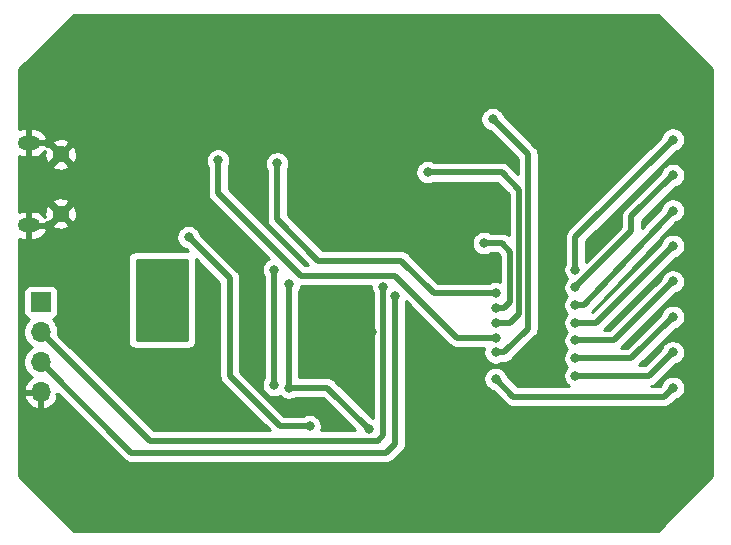
<source format=gbr>
G04 #@! TF.GenerationSoftware,KiCad,Pcbnew,(5.1.6)-1*
G04 #@! TF.CreationDate,2020-10-01T16:15:47+02:00*
G04 #@! TF.ProjectId,8Bit_WiFi_Visualizer,38426974-5f57-4694-9669-5f5669737561,A01*
G04 #@! TF.SameCoordinates,Original*
G04 #@! TF.FileFunction,Copper,L2,Bot*
G04 #@! TF.FilePolarity,Positive*
%FSLAX46Y46*%
G04 Gerber Fmt 4.6, Leading zero omitted, Abs format (unit mm)*
G04 Created by KiCad (PCBNEW (5.1.6)-1) date 2020-10-01 16:15:47*
%MOMM*%
%LPD*%
G01*
G04 APERTURE LIST*
G04 #@! TA.AperFunction,ComponentPad*
%ADD10C,5.600000*%
G04 #@! TD*
G04 #@! TA.AperFunction,ComponentPad*
%ADD11C,1.450000*%
G04 #@! TD*
G04 #@! TA.AperFunction,ComponentPad*
%ADD12O,1.900000X1.200000*%
G04 #@! TD*
G04 #@! TA.AperFunction,ComponentPad*
%ADD13O,1.700000X1.700000*%
G04 #@! TD*
G04 #@! TA.AperFunction,ComponentPad*
%ADD14R,1.700000X1.700000*%
G04 #@! TD*
G04 #@! TA.AperFunction,ViaPad*
%ADD15C,0.800000*%
G04 #@! TD*
G04 #@! TA.AperFunction,Conductor*
%ADD16C,0.500000*%
G04 #@! TD*
G04 #@! TA.AperFunction,Conductor*
%ADD17C,0.254000*%
G04 #@! TD*
G04 APERTURE END LIST*
D10*
X55000000Y-5000000D03*
X5000000Y-5000000D03*
D11*
X4162500Y-12500000D03*
X4162500Y-17500000D03*
D12*
X1462500Y-18500000D03*
X1462500Y-11500000D03*
D13*
X2500000Y-32620000D03*
X2500000Y-30080000D03*
X2500000Y-27540000D03*
D14*
X2500000Y-25000000D03*
D15*
X30500000Y-27500000D03*
X16500000Y-30500000D03*
X11500000Y-32000000D03*
X17750000Y-20500000D03*
X14750000Y-1500000D03*
X17250000Y-1500000D03*
X39250000Y-8000000D03*
X15000000Y-19500000D03*
X25250000Y-35500000D03*
X12750000Y-21750000D03*
X13750000Y-21750000D03*
X11750000Y-21750000D03*
X11750000Y-22750000D03*
X12750000Y-22750000D03*
X13750000Y-22750000D03*
X13750000Y-23750000D03*
X12750000Y-23750000D03*
X11750000Y-23750000D03*
X11750000Y-24750000D03*
X12750000Y-24750000D03*
X13750000Y-24750000D03*
X11750000Y-25750000D03*
X12750000Y-25750000D03*
X13750000Y-25750000D03*
X11750000Y-26750000D03*
X12750000Y-26750000D03*
X13750000Y-26750000D03*
X13750000Y-27750000D03*
X12750000Y-27750000D03*
X11750000Y-27750000D03*
X23500000Y-32250000D03*
X23500000Y-23500000D03*
X30250000Y-35750000D03*
X41000000Y-28000000D03*
X17500000Y-13000000D03*
X41000000Y-26750000D03*
X35250000Y-14000000D03*
X31500000Y-23750000D03*
X32500000Y-24500000D03*
X41000000Y-29250000D03*
X40750000Y-9500000D03*
X22250000Y-22250000D03*
X22250000Y-32000000D03*
X41000000Y-25500000D03*
X40000000Y-20000000D03*
X41000000Y-24250000D03*
X22500000Y-13250000D03*
X56000000Y-32250000D03*
X41000000Y-31500000D03*
X56000000Y-29250000D03*
X47750000Y-31250000D03*
X56000000Y-26250000D03*
X47750000Y-29750000D03*
X56000000Y-23250000D03*
X47750000Y-28250000D03*
X56000000Y-20250000D03*
X47750000Y-26750000D03*
X56000000Y-17250000D03*
X47750000Y-25250000D03*
X56000000Y-14250000D03*
X47750000Y-23750000D03*
X56000000Y-11250000D03*
X47750000Y-22250000D03*
D16*
X15000000Y-19500000D02*
X18500000Y-23000000D01*
X18500000Y-23000000D02*
X18500000Y-31250000D01*
X18500000Y-31250000D02*
X22750000Y-35500000D01*
X22750000Y-35500000D02*
X25250000Y-35500000D01*
X23500000Y-32250000D02*
X23500000Y-23500000D01*
X23500000Y-32250000D02*
X26750000Y-32250000D01*
X26750000Y-32250000D02*
X30250000Y-35750000D01*
X17500000Y-15750000D02*
X17500000Y-13000000D01*
X32500000Y-22750000D02*
X24500000Y-22750000D01*
X41000000Y-28000000D02*
X37750000Y-28000000D01*
X24500000Y-22750000D02*
X17500000Y-15750000D01*
X37750000Y-28000000D02*
X32500000Y-22750000D01*
X41000000Y-26750000D02*
X42250000Y-26750000D01*
X42250000Y-26750000D02*
X43000000Y-26000000D01*
X43000000Y-26000000D02*
X43000000Y-15500000D01*
X43000000Y-15500000D02*
X41500000Y-14000000D01*
X41500000Y-14000000D02*
X35250000Y-14000000D01*
X2500000Y-27540000D02*
X11710000Y-36750000D01*
X11710000Y-36750000D02*
X31000000Y-36750000D01*
X31000000Y-36750000D02*
X31500000Y-36250000D01*
X31500000Y-36250000D02*
X31500000Y-31250000D01*
X31500000Y-31250000D02*
X31500000Y-23750000D01*
X10170000Y-37750000D02*
X31750000Y-37750000D01*
X2500000Y-30080000D02*
X10170000Y-37750000D01*
X31750000Y-37750000D02*
X32500000Y-37000000D01*
X32500000Y-37000000D02*
X32500000Y-24500000D01*
X41000000Y-29250000D02*
X41750000Y-29250000D01*
X41750000Y-29250000D02*
X43750000Y-27250000D01*
X43750000Y-27250000D02*
X43750000Y-22500000D01*
X43750000Y-22500000D02*
X43750000Y-15260037D01*
X43750000Y-15260037D02*
X43750000Y-12500000D01*
X43750000Y-12500000D02*
X40750000Y-9500000D01*
X22250000Y-22250000D02*
X22250000Y-32000000D01*
X41000000Y-25500000D02*
X41750000Y-25500000D01*
X41750000Y-25500000D02*
X42250000Y-25000000D01*
X42250000Y-25000000D02*
X42250000Y-20750000D01*
X42250000Y-20750000D02*
X41500000Y-20000000D01*
X41500000Y-20000000D02*
X40000000Y-20000000D01*
X22500000Y-18000000D02*
X22500000Y-13250000D01*
X26000000Y-21500000D02*
X22500000Y-18000000D01*
X33000000Y-21500000D02*
X26000000Y-21500000D01*
X41000000Y-24250000D02*
X35750000Y-24250000D01*
X35750000Y-24250000D02*
X33000000Y-21500000D01*
X55250000Y-33000000D02*
X56000000Y-32250000D01*
X41000000Y-31500000D02*
X42500000Y-33000000D01*
X42500000Y-33000000D02*
X55250000Y-33000000D01*
X47750000Y-31250000D02*
X53500000Y-31250000D01*
X54000000Y-31250000D02*
X53500000Y-31250000D01*
X56000000Y-29250000D02*
X54000000Y-31250000D01*
X47750000Y-29750000D02*
X52500000Y-29750000D01*
X52500000Y-29750000D02*
X56000000Y-26250000D01*
X51000000Y-28250000D02*
X56000000Y-23250000D01*
X47750000Y-28250000D02*
X51000000Y-28250000D01*
X49500000Y-26750000D02*
X56000000Y-20250000D01*
X47750000Y-26750000D02*
X49500000Y-26750000D01*
X48500000Y-25250000D02*
X56000000Y-17250000D01*
X47750000Y-25250000D02*
X48500000Y-25250000D01*
X52500000Y-17750000D02*
X56000000Y-14250000D01*
X47750000Y-23750000D02*
X52500000Y-19000000D01*
X52500000Y-19000000D02*
X52500000Y-17750000D01*
X47750000Y-19500000D02*
X56000000Y-11250000D01*
X47750000Y-22250000D02*
X47750000Y-19500000D01*
D17*
G36*
X59340000Y-5273381D02*
G01*
X59340001Y-39726618D01*
X54726620Y-44340000D01*
X5273381Y-44340000D01*
X660000Y-39726620D01*
X660000Y-32976890D01*
X1058524Y-32976890D01*
X1103175Y-33124099D01*
X1228359Y-33386920D01*
X1402412Y-33620269D01*
X1618645Y-33815178D01*
X1868748Y-33964157D01*
X2143109Y-34061481D01*
X2373000Y-33940814D01*
X2373000Y-32747000D01*
X1179845Y-32747000D01*
X1058524Y-32976890D01*
X660000Y-32976890D01*
X660000Y-24150000D01*
X1011928Y-24150000D01*
X1011928Y-25850000D01*
X1024188Y-25974482D01*
X1060498Y-26094180D01*
X1119463Y-26204494D01*
X1198815Y-26301185D01*
X1295506Y-26380537D01*
X1405820Y-26439502D01*
X1478380Y-26461513D01*
X1346525Y-26593368D01*
X1184010Y-26836589D01*
X1072068Y-27106842D01*
X1015000Y-27393740D01*
X1015000Y-27686260D01*
X1072068Y-27973158D01*
X1184010Y-28243411D01*
X1346525Y-28486632D01*
X1553368Y-28693475D01*
X1727760Y-28810000D01*
X1553368Y-28926525D01*
X1346525Y-29133368D01*
X1184010Y-29376589D01*
X1072068Y-29646842D01*
X1015000Y-29933740D01*
X1015000Y-30226260D01*
X1072068Y-30513158D01*
X1184010Y-30783411D01*
X1346525Y-31026632D01*
X1553368Y-31233475D01*
X1735534Y-31355195D01*
X1618645Y-31424822D01*
X1402412Y-31619731D01*
X1228359Y-31853080D01*
X1103175Y-32115901D01*
X1058524Y-32263110D01*
X1179845Y-32493000D01*
X2373000Y-32493000D01*
X2373000Y-32473000D01*
X2627000Y-32473000D01*
X2627000Y-32493000D01*
X2647000Y-32493000D01*
X2647000Y-32747000D01*
X2627000Y-32747000D01*
X2627000Y-33940814D01*
X2856891Y-34061481D01*
X3131252Y-33964157D01*
X3381355Y-33815178D01*
X3597588Y-33620269D01*
X3771641Y-33386920D01*
X3896825Y-33124099D01*
X3941476Y-32976890D01*
X3820156Y-32747002D01*
X3915424Y-32747002D01*
X9513470Y-38345049D01*
X9541183Y-38378817D01*
X9574951Y-38406530D01*
X9574953Y-38406532D01*
X9646452Y-38465210D01*
X9675941Y-38489411D01*
X9829687Y-38571589D01*
X9996510Y-38622195D01*
X10126523Y-38635000D01*
X10126533Y-38635000D01*
X10169999Y-38639281D01*
X10213466Y-38635000D01*
X31706531Y-38635000D01*
X31750000Y-38639281D01*
X31793469Y-38635000D01*
X31793477Y-38635000D01*
X31923490Y-38622195D01*
X32090313Y-38571589D01*
X32244059Y-38489411D01*
X32378817Y-38378817D01*
X32406534Y-38345044D01*
X33095050Y-37656529D01*
X33128817Y-37628817D01*
X33171746Y-37576509D01*
X33239410Y-37494060D01*
X33239411Y-37494059D01*
X33321589Y-37340313D01*
X33372195Y-37173490D01*
X33385000Y-37043477D01*
X33385000Y-37043467D01*
X33389281Y-37000001D01*
X33385000Y-36956535D01*
X33385000Y-31398061D01*
X39965000Y-31398061D01*
X39965000Y-31601939D01*
X40004774Y-31801898D01*
X40082795Y-31990256D01*
X40196063Y-32159774D01*
X40340226Y-32303937D01*
X40509744Y-32417205D01*
X40698102Y-32495226D01*
X40754957Y-32506535D01*
X41843470Y-33595049D01*
X41871183Y-33628817D01*
X41904951Y-33656530D01*
X41904953Y-33656532D01*
X41976452Y-33715210D01*
X42005941Y-33739411D01*
X42159687Y-33821589D01*
X42326510Y-33872195D01*
X42456523Y-33885000D01*
X42456533Y-33885000D01*
X42499999Y-33889281D01*
X42543465Y-33885000D01*
X55206531Y-33885000D01*
X55250000Y-33889281D01*
X55293469Y-33885000D01*
X55293477Y-33885000D01*
X55423490Y-33872195D01*
X55590313Y-33821589D01*
X55744059Y-33739411D01*
X55878817Y-33628817D01*
X55906534Y-33595044D01*
X56245044Y-33256535D01*
X56301898Y-33245226D01*
X56490256Y-33167205D01*
X56659774Y-33053937D01*
X56803937Y-32909774D01*
X56917205Y-32740256D01*
X56995226Y-32551898D01*
X57035000Y-32351939D01*
X57035000Y-32148061D01*
X56995226Y-31948102D01*
X56917205Y-31759744D01*
X56803937Y-31590226D01*
X56659774Y-31446063D01*
X56490256Y-31332795D01*
X56301898Y-31254774D01*
X56101939Y-31215000D01*
X55898061Y-31215000D01*
X55698102Y-31254774D01*
X55509744Y-31332795D01*
X55340226Y-31446063D01*
X55196063Y-31590226D01*
X55082795Y-31759744D01*
X55004774Y-31948102D01*
X54993465Y-32004956D01*
X54883422Y-32115000D01*
X54197208Y-32115000D01*
X54340313Y-32071589D01*
X54494059Y-31989411D01*
X54628817Y-31878817D01*
X54656534Y-31845044D01*
X56245044Y-30256535D01*
X56301898Y-30245226D01*
X56490256Y-30167205D01*
X56659774Y-30053937D01*
X56803937Y-29909774D01*
X56917205Y-29740256D01*
X56995226Y-29551898D01*
X57035000Y-29351939D01*
X57035000Y-29148061D01*
X56995226Y-28948102D01*
X56917205Y-28759744D01*
X56803937Y-28590226D01*
X56659774Y-28446063D01*
X56490256Y-28332795D01*
X56301898Y-28254774D01*
X56101939Y-28215000D01*
X55898061Y-28215000D01*
X55698102Y-28254774D01*
X55509744Y-28332795D01*
X55340226Y-28446063D01*
X55196063Y-28590226D01*
X55082795Y-28759744D01*
X55004774Y-28948102D01*
X54993465Y-29004956D01*
X53633422Y-30365000D01*
X53140156Y-30365000D01*
X53156534Y-30345044D01*
X56245044Y-27256535D01*
X56301898Y-27245226D01*
X56490256Y-27167205D01*
X56659774Y-27053937D01*
X56803937Y-26909774D01*
X56917205Y-26740256D01*
X56995226Y-26551898D01*
X57035000Y-26351939D01*
X57035000Y-26148061D01*
X56995226Y-25948102D01*
X56917205Y-25759744D01*
X56803937Y-25590226D01*
X56659774Y-25446063D01*
X56490256Y-25332795D01*
X56301898Y-25254774D01*
X56101939Y-25215000D01*
X55898061Y-25215000D01*
X55698102Y-25254774D01*
X55509744Y-25332795D01*
X55340226Y-25446063D01*
X55196063Y-25590226D01*
X55082795Y-25759744D01*
X55004774Y-25948102D01*
X54993465Y-26004956D01*
X52133422Y-28865000D01*
X51640156Y-28865000D01*
X51656534Y-28845044D01*
X56245044Y-24256535D01*
X56301898Y-24245226D01*
X56490256Y-24167205D01*
X56659774Y-24053937D01*
X56803937Y-23909774D01*
X56917205Y-23740256D01*
X56995226Y-23551898D01*
X57035000Y-23351939D01*
X57035000Y-23148061D01*
X56995226Y-22948102D01*
X56917205Y-22759744D01*
X56803937Y-22590226D01*
X56659774Y-22446063D01*
X56490256Y-22332795D01*
X56301898Y-22254774D01*
X56101939Y-22215000D01*
X55898061Y-22215000D01*
X55698102Y-22254774D01*
X55509744Y-22332795D01*
X55340226Y-22446063D01*
X55196063Y-22590226D01*
X55082795Y-22759744D01*
X55004774Y-22948102D01*
X54993465Y-23004956D01*
X50633422Y-27365000D01*
X50140156Y-27365000D01*
X50156534Y-27345044D01*
X56245044Y-21256535D01*
X56301898Y-21245226D01*
X56490256Y-21167205D01*
X56659774Y-21053937D01*
X56803937Y-20909774D01*
X56917205Y-20740256D01*
X56995226Y-20551898D01*
X57035000Y-20351939D01*
X57035000Y-20148061D01*
X56995226Y-19948102D01*
X56917205Y-19759744D01*
X56803937Y-19590226D01*
X56659774Y-19446063D01*
X56490256Y-19332795D01*
X56301898Y-19254774D01*
X56101939Y-19215000D01*
X55898061Y-19215000D01*
X55698102Y-19254774D01*
X55509744Y-19332795D01*
X55340226Y-19446063D01*
X55196063Y-19590226D01*
X55082795Y-19759744D01*
X55004774Y-19948102D01*
X54993465Y-20004956D01*
X49183210Y-25815212D01*
X56275071Y-18250562D01*
X56301898Y-18245226D01*
X56490256Y-18167205D01*
X56659774Y-18053937D01*
X56803937Y-17909774D01*
X56917205Y-17740256D01*
X56995226Y-17551898D01*
X57035000Y-17351939D01*
X57035000Y-17148061D01*
X56995226Y-16948102D01*
X56917205Y-16759744D01*
X56803937Y-16590226D01*
X56659774Y-16446063D01*
X56490256Y-16332795D01*
X56301898Y-16254774D01*
X56101939Y-16215000D01*
X55898061Y-16215000D01*
X55698102Y-16254774D01*
X55509744Y-16332795D01*
X55340226Y-16446063D01*
X55196063Y-16590226D01*
X55082795Y-16759744D01*
X55004774Y-16948102D01*
X54987226Y-17036322D01*
X53385000Y-18745363D01*
X53385000Y-18116578D01*
X56245044Y-15256535D01*
X56301898Y-15245226D01*
X56490256Y-15167205D01*
X56659774Y-15053937D01*
X56803937Y-14909774D01*
X56917205Y-14740256D01*
X56995226Y-14551898D01*
X57035000Y-14351939D01*
X57035000Y-14148061D01*
X56995226Y-13948102D01*
X56917205Y-13759744D01*
X56803937Y-13590226D01*
X56659774Y-13446063D01*
X56490256Y-13332795D01*
X56301898Y-13254774D01*
X56101939Y-13215000D01*
X55898061Y-13215000D01*
X55698102Y-13254774D01*
X55509744Y-13332795D01*
X55340226Y-13446063D01*
X55196063Y-13590226D01*
X55082795Y-13759744D01*
X55004774Y-13948102D01*
X54993465Y-14004956D01*
X51904951Y-17093471D01*
X51871184Y-17121183D01*
X51843471Y-17154951D01*
X51843468Y-17154954D01*
X51760590Y-17255941D01*
X51678412Y-17409687D01*
X51627805Y-17576510D01*
X51610719Y-17750000D01*
X51615001Y-17793478D01*
X51615000Y-18633421D01*
X48635000Y-21613422D01*
X48635000Y-19866578D01*
X56245044Y-12256535D01*
X56301898Y-12245226D01*
X56490256Y-12167205D01*
X56659774Y-12053937D01*
X56803937Y-11909774D01*
X56917205Y-11740256D01*
X56995226Y-11551898D01*
X57035000Y-11351939D01*
X57035000Y-11148061D01*
X56995226Y-10948102D01*
X56917205Y-10759744D01*
X56803937Y-10590226D01*
X56659774Y-10446063D01*
X56490256Y-10332795D01*
X56301898Y-10254774D01*
X56101939Y-10215000D01*
X55898061Y-10215000D01*
X55698102Y-10254774D01*
X55509744Y-10332795D01*
X55340226Y-10446063D01*
X55196063Y-10590226D01*
X55082795Y-10759744D01*
X55004774Y-10948102D01*
X54993465Y-11004956D01*
X47154952Y-18843470D01*
X47121184Y-18871183D01*
X47093471Y-18904951D01*
X47093468Y-18904954D01*
X47010590Y-19005941D01*
X46928412Y-19159687D01*
X46877805Y-19326510D01*
X46860719Y-19500000D01*
X46865001Y-19543479D01*
X46865000Y-21711545D01*
X46832795Y-21759744D01*
X46754774Y-21948102D01*
X46715000Y-22148061D01*
X46715000Y-22351939D01*
X46754774Y-22551898D01*
X46832795Y-22740256D01*
X46946063Y-22909774D01*
X47036289Y-23000000D01*
X46946063Y-23090226D01*
X46832795Y-23259744D01*
X46754774Y-23448102D01*
X46715000Y-23648061D01*
X46715000Y-23851939D01*
X46754774Y-24051898D01*
X46832795Y-24240256D01*
X46946063Y-24409774D01*
X47036289Y-24500000D01*
X46946063Y-24590226D01*
X46832795Y-24759744D01*
X46754774Y-24948102D01*
X46715000Y-25148061D01*
X46715000Y-25351939D01*
X46754774Y-25551898D01*
X46832795Y-25740256D01*
X46946063Y-25909774D01*
X47036289Y-26000000D01*
X46946063Y-26090226D01*
X46832795Y-26259744D01*
X46754774Y-26448102D01*
X46715000Y-26648061D01*
X46715000Y-26851939D01*
X46754774Y-27051898D01*
X46832795Y-27240256D01*
X46946063Y-27409774D01*
X47036289Y-27500000D01*
X46946063Y-27590226D01*
X46832795Y-27759744D01*
X46754774Y-27948102D01*
X46715000Y-28148061D01*
X46715000Y-28351939D01*
X46754774Y-28551898D01*
X46832795Y-28740256D01*
X46946063Y-28909774D01*
X47036289Y-29000000D01*
X46946063Y-29090226D01*
X46832795Y-29259744D01*
X46754774Y-29448102D01*
X46715000Y-29648061D01*
X46715000Y-29851939D01*
X46754774Y-30051898D01*
X46832795Y-30240256D01*
X46946063Y-30409774D01*
X47036289Y-30500000D01*
X46946063Y-30590226D01*
X46832795Y-30759744D01*
X46754774Y-30948102D01*
X46715000Y-31148061D01*
X46715000Y-31351939D01*
X46754774Y-31551898D01*
X46832795Y-31740256D01*
X46946063Y-31909774D01*
X47090226Y-32053937D01*
X47181613Y-32115000D01*
X42866579Y-32115000D01*
X42006535Y-31254957D01*
X41995226Y-31198102D01*
X41917205Y-31009744D01*
X41803937Y-30840226D01*
X41659774Y-30696063D01*
X41490256Y-30582795D01*
X41301898Y-30504774D01*
X41101939Y-30465000D01*
X40898061Y-30465000D01*
X40698102Y-30504774D01*
X40509744Y-30582795D01*
X40340226Y-30696063D01*
X40196063Y-30840226D01*
X40082795Y-31009744D01*
X40004774Y-31198102D01*
X39965000Y-31398061D01*
X33385000Y-31398061D01*
X33385000Y-25038454D01*
X33417205Y-24990256D01*
X33438139Y-24939717D01*
X37093470Y-28595049D01*
X37121183Y-28628817D01*
X37154951Y-28656530D01*
X37154953Y-28656532D01*
X37174760Y-28672787D01*
X37255941Y-28739411D01*
X37409687Y-28821589D01*
X37576510Y-28872195D01*
X37706523Y-28885000D01*
X37706533Y-28885000D01*
X37749999Y-28889281D01*
X37793465Y-28885000D01*
X40030912Y-28885000D01*
X40004774Y-28948102D01*
X39965000Y-29148061D01*
X39965000Y-29351939D01*
X40004774Y-29551898D01*
X40082795Y-29740256D01*
X40196063Y-29909774D01*
X40340226Y-30053937D01*
X40509744Y-30167205D01*
X40698102Y-30245226D01*
X40898061Y-30285000D01*
X41101939Y-30285000D01*
X41301898Y-30245226D01*
X41490256Y-30167205D01*
X41538454Y-30135000D01*
X41706531Y-30135000D01*
X41750000Y-30139281D01*
X41793469Y-30135000D01*
X41793477Y-30135000D01*
X41923490Y-30122195D01*
X42090313Y-30071589D01*
X42244059Y-29989411D01*
X42378817Y-29878817D01*
X42406534Y-29845044D01*
X44345050Y-27906529D01*
X44378817Y-27878817D01*
X44421746Y-27826509D01*
X44465210Y-27773548D01*
X44489411Y-27744059D01*
X44571589Y-27590313D01*
X44622195Y-27423490D01*
X44635000Y-27293477D01*
X44635000Y-27293467D01*
X44639281Y-27250001D01*
X44635000Y-27206535D01*
X44635000Y-12543469D01*
X44639281Y-12500000D01*
X44635000Y-12456531D01*
X44635000Y-12456523D01*
X44622195Y-12326510D01*
X44600434Y-12254774D01*
X44571589Y-12159686D01*
X44489411Y-12005941D01*
X44406532Y-11904953D01*
X44406530Y-11904951D01*
X44378817Y-11871183D01*
X44345049Y-11843470D01*
X41756535Y-9254957D01*
X41745226Y-9198102D01*
X41667205Y-9009744D01*
X41553937Y-8840226D01*
X41409774Y-8696063D01*
X41240256Y-8582795D01*
X41051898Y-8504774D01*
X40851939Y-8465000D01*
X40648061Y-8465000D01*
X40448102Y-8504774D01*
X40259744Y-8582795D01*
X40090226Y-8696063D01*
X39946063Y-8840226D01*
X39832795Y-9009744D01*
X39754774Y-9198102D01*
X39715000Y-9398061D01*
X39715000Y-9601939D01*
X39754774Y-9801898D01*
X39832795Y-9990256D01*
X39946063Y-10159774D01*
X40090226Y-10303937D01*
X40259744Y-10417205D01*
X40448102Y-10495226D01*
X40504957Y-10506535D01*
X42865001Y-12866580D01*
X42865000Y-14113422D01*
X42156534Y-13404956D01*
X42128817Y-13371183D01*
X41994059Y-13260589D01*
X41840313Y-13178411D01*
X41673490Y-13127805D01*
X41543477Y-13115000D01*
X41543469Y-13115000D01*
X41500000Y-13110719D01*
X41456531Y-13115000D01*
X35788454Y-13115000D01*
X35740256Y-13082795D01*
X35551898Y-13004774D01*
X35351939Y-12965000D01*
X35148061Y-12965000D01*
X34948102Y-13004774D01*
X34759744Y-13082795D01*
X34590226Y-13196063D01*
X34446063Y-13340226D01*
X34332795Y-13509744D01*
X34254774Y-13698102D01*
X34215000Y-13898061D01*
X34215000Y-14101939D01*
X34254774Y-14301898D01*
X34332795Y-14490256D01*
X34446063Y-14659774D01*
X34590226Y-14803937D01*
X34759744Y-14917205D01*
X34948102Y-14995226D01*
X35148061Y-15035000D01*
X35351939Y-15035000D01*
X35551898Y-14995226D01*
X35740256Y-14917205D01*
X35788454Y-14885000D01*
X41133422Y-14885000D01*
X42115001Y-15866580D01*
X42115001Y-19359844D01*
X41994059Y-19260589D01*
X41840313Y-19178411D01*
X41673490Y-19127805D01*
X41543477Y-19115000D01*
X41543469Y-19115000D01*
X41500000Y-19110719D01*
X41456531Y-19115000D01*
X40538454Y-19115000D01*
X40490256Y-19082795D01*
X40301898Y-19004774D01*
X40101939Y-18965000D01*
X39898061Y-18965000D01*
X39698102Y-19004774D01*
X39509744Y-19082795D01*
X39340226Y-19196063D01*
X39196063Y-19340226D01*
X39082795Y-19509744D01*
X39004774Y-19698102D01*
X38965000Y-19898061D01*
X38965000Y-20101939D01*
X39004774Y-20301898D01*
X39082795Y-20490256D01*
X39196063Y-20659774D01*
X39340226Y-20803937D01*
X39509744Y-20917205D01*
X39698102Y-20995226D01*
X39898061Y-21035000D01*
X40101939Y-21035000D01*
X40301898Y-20995226D01*
X40490256Y-20917205D01*
X40538454Y-20885000D01*
X41133422Y-20885000D01*
X41365001Y-21116580D01*
X41365000Y-23280912D01*
X41301898Y-23254774D01*
X41101939Y-23215000D01*
X40898061Y-23215000D01*
X40698102Y-23254774D01*
X40509744Y-23332795D01*
X40461546Y-23365000D01*
X36116579Y-23365000D01*
X33656534Y-20904956D01*
X33628817Y-20871183D01*
X33494059Y-20760589D01*
X33340313Y-20678411D01*
X33173490Y-20627805D01*
X33043477Y-20615000D01*
X33043469Y-20615000D01*
X33000000Y-20610719D01*
X32956531Y-20615000D01*
X26366579Y-20615000D01*
X23385000Y-17633422D01*
X23385000Y-13788454D01*
X23417205Y-13740256D01*
X23495226Y-13551898D01*
X23535000Y-13351939D01*
X23535000Y-13148061D01*
X23495226Y-12948102D01*
X23417205Y-12759744D01*
X23303937Y-12590226D01*
X23159774Y-12446063D01*
X22990256Y-12332795D01*
X22801898Y-12254774D01*
X22601939Y-12215000D01*
X22398061Y-12215000D01*
X22198102Y-12254774D01*
X22009744Y-12332795D01*
X21840226Y-12446063D01*
X21696063Y-12590226D01*
X21582795Y-12759744D01*
X21504774Y-12948102D01*
X21465000Y-13148061D01*
X21465000Y-13351939D01*
X21504774Y-13551898D01*
X21582795Y-13740256D01*
X21615001Y-13788456D01*
X21615000Y-17956531D01*
X21610719Y-18000000D01*
X21615000Y-18043469D01*
X21615000Y-18043476D01*
X21627805Y-18173489D01*
X21678411Y-18340312D01*
X21760589Y-18494058D01*
X21871183Y-18628817D01*
X21904956Y-18656534D01*
X25113421Y-21865000D01*
X24866579Y-21865000D01*
X18385000Y-15383422D01*
X18385000Y-13538454D01*
X18417205Y-13490256D01*
X18495226Y-13301898D01*
X18535000Y-13101939D01*
X18535000Y-12898061D01*
X18495226Y-12698102D01*
X18417205Y-12509744D01*
X18303937Y-12340226D01*
X18159774Y-12196063D01*
X17990256Y-12082795D01*
X17801898Y-12004774D01*
X17601939Y-11965000D01*
X17398061Y-11965000D01*
X17198102Y-12004774D01*
X17009744Y-12082795D01*
X16840226Y-12196063D01*
X16696063Y-12340226D01*
X16582795Y-12509744D01*
X16504774Y-12698102D01*
X16465000Y-12898061D01*
X16465000Y-13101939D01*
X16504774Y-13301898D01*
X16582795Y-13490256D01*
X16615001Y-13538456D01*
X16615000Y-15706531D01*
X16610719Y-15750000D01*
X16615000Y-15793469D01*
X16615000Y-15793476D01*
X16627805Y-15923489D01*
X16678411Y-16090312D01*
X16760589Y-16244058D01*
X16871183Y-16378817D01*
X16904956Y-16406534D01*
X21810282Y-21311861D01*
X21759744Y-21332795D01*
X21590226Y-21446063D01*
X21446063Y-21590226D01*
X21332795Y-21759744D01*
X21254774Y-21948102D01*
X21215000Y-22148061D01*
X21215000Y-22351939D01*
X21254774Y-22551898D01*
X21332795Y-22740256D01*
X21365000Y-22788454D01*
X21365001Y-31461544D01*
X21332795Y-31509744D01*
X21254774Y-31698102D01*
X21215000Y-31898061D01*
X21215000Y-32101939D01*
X21254774Y-32301898D01*
X21332795Y-32490256D01*
X21446063Y-32659774D01*
X21590226Y-32803937D01*
X21759744Y-32917205D01*
X21948102Y-32995226D01*
X22148061Y-33035000D01*
X22351939Y-33035000D01*
X22551898Y-32995226D01*
X22714261Y-32927972D01*
X22840226Y-33053937D01*
X23009744Y-33167205D01*
X23198102Y-33245226D01*
X23398061Y-33285000D01*
X23601939Y-33285000D01*
X23801898Y-33245226D01*
X23990256Y-33167205D01*
X24038454Y-33135000D01*
X26383422Y-33135000D01*
X29113421Y-35865000D01*
X26219088Y-35865000D01*
X26245226Y-35801898D01*
X26285000Y-35601939D01*
X26285000Y-35398061D01*
X26245226Y-35198102D01*
X26167205Y-35009744D01*
X26053937Y-34840226D01*
X25909774Y-34696063D01*
X25740256Y-34582795D01*
X25551898Y-34504774D01*
X25351939Y-34465000D01*
X25148061Y-34465000D01*
X24948102Y-34504774D01*
X24759744Y-34582795D01*
X24711546Y-34615000D01*
X23116579Y-34615000D01*
X19385000Y-30883422D01*
X19385000Y-23043465D01*
X19389281Y-22999999D01*
X19385000Y-22956533D01*
X19385000Y-22956523D01*
X19372195Y-22826510D01*
X19321589Y-22659687D01*
X19239411Y-22505941D01*
X19198854Y-22456523D01*
X19156532Y-22404953D01*
X19156530Y-22404951D01*
X19128817Y-22371183D01*
X19095050Y-22343471D01*
X16006535Y-19254957D01*
X15995226Y-19198102D01*
X15917205Y-19009744D01*
X15803937Y-18840226D01*
X15659774Y-18696063D01*
X15490256Y-18582795D01*
X15301898Y-18504774D01*
X15101939Y-18465000D01*
X14898061Y-18465000D01*
X14698102Y-18504774D01*
X14509744Y-18582795D01*
X14340226Y-18696063D01*
X14196063Y-18840226D01*
X14082795Y-19009744D01*
X14004774Y-19198102D01*
X13965000Y-19398061D01*
X13965000Y-19601939D01*
X14004774Y-19801898D01*
X14082795Y-19990256D01*
X14196063Y-20159774D01*
X14340226Y-20303937D01*
X14509744Y-20417205D01*
X14698102Y-20495226D01*
X14754957Y-20506535D01*
X14933422Y-20685000D01*
X10500000Y-20685000D01*
X10376118Y-20697201D01*
X10256996Y-20733336D01*
X10147213Y-20792017D01*
X10050987Y-20870987D01*
X9972017Y-20967213D01*
X9913336Y-21076996D01*
X9877201Y-21196118D01*
X9865000Y-21320000D01*
X9865000Y-28320000D01*
X9877201Y-28443882D01*
X9913336Y-28563004D01*
X9972017Y-28672787D01*
X10050987Y-28769013D01*
X10147213Y-28847983D01*
X10256996Y-28906664D01*
X10376118Y-28942799D01*
X10500000Y-28955000D01*
X15000000Y-28955000D01*
X15123882Y-28942799D01*
X15243004Y-28906664D01*
X15352787Y-28847983D01*
X15449013Y-28769013D01*
X15527983Y-28672787D01*
X15586664Y-28563004D01*
X15622799Y-28443882D01*
X15635000Y-28320000D01*
X15635000Y-21386578D01*
X17615000Y-23366579D01*
X17615001Y-31206521D01*
X17610719Y-31250000D01*
X17627805Y-31423490D01*
X17678412Y-31590313D01*
X17760590Y-31744059D01*
X17843468Y-31845046D01*
X17843471Y-31845049D01*
X17871184Y-31878817D01*
X17904951Y-31906530D01*
X21863421Y-35865000D01*
X12076579Y-35865000D01*
X3970539Y-27758961D01*
X3985000Y-27686260D01*
X3985000Y-27393740D01*
X3927932Y-27106842D01*
X3815990Y-26836589D01*
X3653475Y-26593368D01*
X3521620Y-26461513D01*
X3594180Y-26439502D01*
X3704494Y-26380537D01*
X3801185Y-26301185D01*
X3880537Y-26204494D01*
X3939502Y-26094180D01*
X3975812Y-25974482D01*
X3988072Y-25850000D01*
X3988072Y-24150000D01*
X3975812Y-24025518D01*
X3939502Y-23905820D01*
X3880537Y-23795506D01*
X3801185Y-23698815D01*
X3704494Y-23619463D01*
X3594180Y-23560498D01*
X3474482Y-23524188D01*
X3350000Y-23511928D01*
X1650000Y-23511928D01*
X1525518Y-23524188D01*
X1405820Y-23560498D01*
X1295506Y-23619463D01*
X1198815Y-23698815D01*
X1119463Y-23795506D01*
X1060498Y-23905820D01*
X1024188Y-24025518D01*
X1011928Y-24150000D01*
X660000Y-24150000D01*
X660000Y-19650016D01*
X747004Y-19686493D01*
X985500Y-19735000D01*
X1335500Y-19735000D01*
X1335500Y-18627000D01*
X1589500Y-18627000D01*
X1589500Y-19735000D01*
X1939500Y-19735000D01*
X2177996Y-19686493D01*
X2402446Y-19592390D01*
X2604225Y-19456307D01*
X2775578Y-19283474D01*
X2909921Y-19080533D01*
X3002091Y-18855282D01*
X3005962Y-18817609D01*
X2881231Y-18627000D01*
X1589500Y-18627000D01*
X1335500Y-18627000D01*
X1315500Y-18627000D01*
X1315500Y-18439133D01*
X3402972Y-18439133D01*
X3465465Y-18675450D01*
X3708178Y-18788850D01*
X3968349Y-18852719D01*
X4235982Y-18864604D01*
X4500791Y-18824048D01*
X4752600Y-18732609D01*
X4859535Y-18675450D01*
X4922028Y-18439133D01*
X4162500Y-17679605D01*
X3402972Y-18439133D01*
X1315500Y-18439133D01*
X1315500Y-18373000D01*
X1335500Y-18373000D01*
X1335500Y-17265000D01*
X1589500Y-17265000D01*
X1589500Y-18373000D01*
X2881231Y-18373000D01*
X2995003Y-18199138D01*
X3223367Y-18259528D01*
X3982895Y-17500000D01*
X4342105Y-17500000D01*
X5101633Y-18259528D01*
X5337950Y-18197035D01*
X5451350Y-17954322D01*
X5515219Y-17694151D01*
X5527104Y-17426518D01*
X5486548Y-17161709D01*
X5395109Y-16909900D01*
X5337950Y-16802965D01*
X5101633Y-16740472D01*
X4342105Y-17500000D01*
X3982895Y-17500000D01*
X3223367Y-16740472D01*
X2987050Y-16802965D01*
X2873650Y-17045678D01*
X2809781Y-17305849D01*
X2797896Y-17573482D01*
X2833115Y-17803442D01*
X2775578Y-17716526D01*
X2604225Y-17543693D01*
X2402446Y-17407610D01*
X2177996Y-17313507D01*
X1939500Y-17265000D01*
X1589500Y-17265000D01*
X1335500Y-17265000D01*
X985500Y-17265000D01*
X747004Y-17313507D01*
X660000Y-17349984D01*
X660000Y-16560867D01*
X3402972Y-16560867D01*
X4162500Y-17320395D01*
X4922028Y-16560867D01*
X4859535Y-16324550D01*
X4616822Y-16211150D01*
X4356651Y-16147281D01*
X4089018Y-16135396D01*
X3824209Y-16175952D01*
X3572400Y-16267391D01*
X3465465Y-16324550D01*
X3402972Y-16560867D01*
X660000Y-16560867D01*
X660000Y-13439133D01*
X3402972Y-13439133D01*
X3465465Y-13675450D01*
X3708178Y-13788850D01*
X3968349Y-13852719D01*
X4235982Y-13864604D01*
X4500791Y-13824048D01*
X4752600Y-13732609D01*
X4859535Y-13675450D01*
X4922028Y-13439133D01*
X4162500Y-12679605D01*
X3402972Y-13439133D01*
X660000Y-13439133D01*
X660000Y-12650016D01*
X747004Y-12686493D01*
X985500Y-12735000D01*
X1335500Y-12735000D01*
X1335500Y-11627000D01*
X1589500Y-11627000D01*
X1589500Y-12735000D01*
X1939500Y-12735000D01*
X2177996Y-12686493D01*
X2402446Y-12592390D01*
X2604225Y-12456307D01*
X2775578Y-12283474D01*
X2838671Y-12188164D01*
X2809781Y-12305849D01*
X2797896Y-12573482D01*
X2838452Y-12838291D01*
X2929891Y-13090100D01*
X2987050Y-13197035D01*
X3223367Y-13259528D01*
X3982895Y-12500000D01*
X4342105Y-12500000D01*
X5101633Y-13259528D01*
X5337950Y-13197035D01*
X5451350Y-12954322D01*
X5515219Y-12694151D01*
X5527104Y-12426518D01*
X5486548Y-12161709D01*
X5395109Y-11909900D01*
X5337950Y-11802965D01*
X5101633Y-11740472D01*
X4342105Y-12500000D01*
X3982895Y-12500000D01*
X3223367Y-11740472D01*
X2995003Y-11800862D01*
X2881231Y-11627000D01*
X1589500Y-11627000D01*
X1335500Y-11627000D01*
X1315500Y-11627000D01*
X1315500Y-11560867D01*
X3402972Y-11560867D01*
X4162500Y-12320395D01*
X4922028Y-11560867D01*
X4859535Y-11324550D01*
X4616822Y-11211150D01*
X4356651Y-11147281D01*
X4089018Y-11135396D01*
X3824209Y-11175952D01*
X3572400Y-11267391D01*
X3465465Y-11324550D01*
X3402972Y-11560867D01*
X1315500Y-11560867D01*
X1315500Y-11373000D01*
X1335500Y-11373000D01*
X1335500Y-10265000D01*
X1589500Y-10265000D01*
X1589500Y-11373000D01*
X2881231Y-11373000D01*
X3005962Y-11182391D01*
X3002091Y-11144718D01*
X2909921Y-10919467D01*
X2775578Y-10716526D01*
X2604225Y-10543693D01*
X2402446Y-10407610D01*
X2177996Y-10313507D01*
X1939500Y-10265000D01*
X1589500Y-10265000D01*
X1335500Y-10265000D01*
X985500Y-10265000D01*
X747004Y-10313507D01*
X660000Y-10349984D01*
X660000Y-5273380D01*
X5273381Y-660000D01*
X54726620Y-660000D01*
X59340000Y-5273381D01*
G37*
X59340000Y-5273381D02*
X59340001Y-39726618D01*
X54726620Y-44340000D01*
X5273381Y-44340000D01*
X660000Y-39726620D01*
X660000Y-32976890D01*
X1058524Y-32976890D01*
X1103175Y-33124099D01*
X1228359Y-33386920D01*
X1402412Y-33620269D01*
X1618645Y-33815178D01*
X1868748Y-33964157D01*
X2143109Y-34061481D01*
X2373000Y-33940814D01*
X2373000Y-32747000D01*
X1179845Y-32747000D01*
X1058524Y-32976890D01*
X660000Y-32976890D01*
X660000Y-24150000D01*
X1011928Y-24150000D01*
X1011928Y-25850000D01*
X1024188Y-25974482D01*
X1060498Y-26094180D01*
X1119463Y-26204494D01*
X1198815Y-26301185D01*
X1295506Y-26380537D01*
X1405820Y-26439502D01*
X1478380Y-26461513D01*
X1346525Y-26593368D01*
X1184010Y-26836589D01*
X1072068Y-27106842D01*
X1015000Y-27393740D01*
X1015000Y-27686260D01*
X1072068Y-27973158D01*
X1184010Y-28243411D01*
X1346525Y-28486632D01*
X1553368Y-28693475D01*
X1727760Y-28810000D01*
X1553368Y-28926525D01*
X1346525Y-29133368D01*
X1184010Y-29376589D01*
X1072068Y-29646842D01*
X1015000Y-29933740D01*
X1015000Y-30226260D01*
X1072068Y-30513158D01*
X1184010Y-30783411D01*
X1346525Y-31026632D01*
X1553368Y-31233475D01*
X1735534Y-31355195D01*
X1618645Y-31424822D01*
X1402412Y-31619731D01*
X1228359Y-31853080D01*
X1103175Y-32115901D01*
X1058524Y-32263110D01*
X1179845Y-32493000D01*
X2373000Y-32493000D01*
X2373000Y-32473000D01*
X2627000Y-32473000D01*
X2627000Y-32493000D01*
X2647000Y-32493000D01*
X2647000Y-32747000D01*
X2627000Y-32747000D01*
X2627000Y-33940814D01*
X2856891Y-34061481D01*
X3131252Y-33964157D01*
X3381355Y-33815178D01*
X3597588Y-33620269D01*
X3771641Y-33386920D01*
X3896825Y-33124099D01*
X3941476Y-32976890D01*
X3820156Y-32747002D01*
X3915424Y-32747002D01*
X9513470Y-38345049D01*
X9541183Y-38378817D01*
X9574951Y-38406530D01*
X9574953Y-38406532D01*
X9646452Y-38465210D01*
X9675941Y-38489411D01*
X9829687Y-38571589D01*
X9996510Y-38622195D01*
X10126523Y-38635000D01*
X10126533Y-38635000D01*
X10169999Y-38639281D01*
X10213466Y-38635000D01*
X31706531Y-38635000D01*
X31750000Y-38639281D01*
X31793469Y-38635000D01*
X31793477Y-38635000D01*
X31923490Y-38622195D01*
X32090313Y-38571589D01*
X32244059Y-38489411D01*
X32378817Y-38378817D01*
X32406534Y-38345044D01*
X33095050Y-37656529D01*
X33128817Y-37628817D01*
X33171746Y-37576509D01*
X33239410Y-37494060D01*
X33239411Y-37494059D01*
X33321589Y-37340313D01*
X33372195Y-37173490D01*
X33385000Y-37043477D01*
X33385000Y-37043467D01*
X33389281Y-37000001D01*
X33385000Y-36956535D01*
X33385000Y-31398061D01*
X39965000Y-31398061D01*
X39965000Y-31601939D01*
X40004774Y-31801898D01*
X40082795Y-31990256D01*
X40196063Y-32159774D01*
X40340226Y-32303937D01*
X40509744Y-32417205D01*
X40698102Y-32495226D01*
X40754957Y-32506535D01*
X41843470Y-33595049D01*
X41871183Y-33628817D01*
X41904951Y-33656530D01*
X41904953Y-33656532D01*
X41976452Y-33715210D01*
X42005941Y-33739411D01*
X42159687Y-33821589D01*
X42326510Y-33872195D01*
X42456523Y-33885000D01*
X42456533Y-33885000D01*
X42499999Y-33889281D01*
X42543465Y-33885000D01*
X55206531Y-33885000D01*
X55250000Y-33889281D01*
X55293469Y-33885000D01*
X55293477Y-33885000D01*
X55423490Y-33872195D01*
X55590313Y-33821589D01*
X55744059Y-33739411D01*
X55878817Y-33628817D01*
X55906534Y-33595044D01*
X56245044Y-33256535D01*
X56301898Y-33245226D01*
X56490256Y-33167205D01*
X56659774Y-33053937D01*
X56803937Y-32909774D01*
X56917205Y-32740256D01*
X56995226Y-32551898D01*
X57035000Y-32351939D01*
X57035000Y-32148061D01*
X56995226Y-31948102D01*
X56917205Y-31759744D01*
X56803937Y-31590226D01*
X56659774Y-31446063D01*
X56490256Y-31332795D01*
X56301898Y-31254774D01*
X56101939Y-31215000D01*
X55898061Y-31215000D01*
X55698102Y-31254774D01*
X55509744Y-31332795D01*
X55340226Y-31446063D01*
X55196063Y-31590226D01*
X55082795Y-31759744D01*
X55004774Y-31948102D01*
X54993465Y-32004956D01*
X54883422Y-32115000D01*
X54197208Y-32115000D01*
X54340313Y-32071589D01*
X54494059Y-31989411D01*
X54628817Y-31878817D01*
X54656534Y-31845044D01*
X56245044Y-30256535D01*
X56301898Y-30245226D01*
X56490256Y-30167205D01*
X56659774Y-30053937D01*
X56803937Y-29909774D01*
X56917205Y-29740256D01*
X56995226Y-29551898D01*
X57035000Y-29351939D01*
X57035000Y-29148061D01*
X56995226Y-28948102D01*
X56917205Y-28759744D01*
X56803937Y-28590226D01*
X56659774Y-28446063D01*
X56490256Y-28332795D01*
X56301898Y-28254774D01*
X56101939Y-28215000D01*
X55898061Y-28215000D01*
X55698102Y-28254774D01*
X55509744Y-28332795D01*
X55340226Y-28446063D01*
X55196063Y-28590226D01*
X55082795Y-28759744D01*
X55004774Y-28948102D01*
X54993465Y-29004956D01*
X53633422Y-30365000D01*
X53140156Y-30365000D01*
X53156534Y-30345044D01*
X56245044Y-27256535D01*
X56301898Y-27245226D01*
X56490256Y-27167205D01*
X56659774Y-27053937D01*
X56803937Y-26909774D01*
X56917205Y-26740256D01*
X56995226Y-26551898D01*
X57035000Y-26351939D01*
X57035000Y-26148061D01*
X56995226Y-25948102D01*
X56917205Y-25759744D01*
X56803937Y-25590226D01*
X56659774Y-25446063D01*
X56490256Y-25332795D01*
X56301898Y-25254774D01*
X56101939Y-25215000D01*
X55898061Y-25215000D01*
X55698102Y-25254774D01*
X55509744Y-25332795D01*
X55340226Y-25446063D01*
X55196063Y-25590226D01*
X55082795Y-25759744D01*
X55004774Y-25948102D01*
X54993465Y-26004956D01*
X52133422Y-28865000D01*
X51640156Y-28865000D01*
X51656534Y-28845044D01*
X56245044Y-24256535D01*
X56301898Y-24245226D01*
X56490256Y-24167205D01*
X56659774Y-24053937D01*
X56803937Y-23909774D01*
X56917205Y-23740256D01*
X56995226Y-23551898D01*
X57035000Y-23351939D01*
X57035000Y-23148061D01*
X56995226Y-22948102D01*
X56917205Y-22759744D01*
X56803937Y-22590226D01*
X56659774Y-22446063D01*
X56490256Y-22332795D01*
X56301898Y-22254774D01*
X56101939Y-22215000D01*
X55898061Y-22215000D01*
X55698102Y-22254774D01*
X55509744Y-22332795D01*
X55340226Y-22446063D01*
X55196063Y-22590226D01*
X55082795Y-22759744D01*
X55004774Y-22948102D01*
X54993465Y-23004956D01*
X50633422Y-27365000D01*
X50140156Y-27365000D01*
X50156534Y-27345044D01*
X56245044Y-21256535D01*
X56301898Y-21245226D01*
X56490256Y-21167205D01*
X56659774Y-21053937D01*
X56803937Y-20909774D01*
X56917205Y-20740256D01*
X56995226Y-20551898D01*
X57035000Y-20351939D01*
X57035000Y-20148061D01*
X56995226Y-19948102D01*
X56917205Y-19759744D01*
X56803937Y-19590226D01*
X56659774Y-19446063D01*
X56490256Y-19332795D01*
X56301898Y-19254774D01*
X56101939Y-19215000D01*
X55898061Y-19215000D01*
X55698102Y-19254774D01*
X55509744Y-19332795D01*
X55340226Y-19446063D01*
X55196063Y-19590226D01*
X55082795Y-19759744D01*
X55004774Y-19948102D01*
X54993465Y-20004956D01*
X49183210Y-25815212D01*
X56275071Y-18250562D01*
X56301898Y-18245226D01*
X56490256Y-18167205D01*
X56659774Y-18053937D01*
X56803937Y-17909774D01*
X56917205Y-17740256D01*
X56995226Y-17551898D01*
X57035000Y-17351939D01*
X57035000Y-17148061D01*
X56995226Y-16948102D01*
X56917205Y-16759744D01*
X56803937Y-16590226D01*
X56659774Y-16446063D01*
X56490256Y-16332795D01*
X56301898Y-16254774D01*
X56101939Y-16215000D01*
X55898061Y-16215000D01*
X55698102Y-16254774D01*
X55509744Y-16332795D01*
X55340226Y-16446063D01*
X55196063Y-16590226D01*
X55082795Y-16759744D01*
X55004774Y-16948102D01*
X54987226Y-17036322D01*
X53385000Y-18745363D01*
X53385000Y-18116578D01*
X56245044Y-15256535D01*
X56301898Y-15245226D01*
X56490256Y-15167205D01*
X56659774Y-15053937D01*
X56803937Y-14909774D01*
X56917205Y-14740256D01*
X56995226Y-14551898D01*
X57035000Y-14351939D01*
X57035000Y-14148061D01*
X56995226Y-13948102D01*
X56917205Y-13759744D01*
X56803937Y-13590226D01*
X56659774Y-13446063D01*
X56490256Y-13332795D01*
X56301898Y-13254774D01*
X56101939Y-13215000D01*
X55898061Y-13215000D01*
X55698102Y-13254774D01*
X55509744Y-13332795D01*
X55340226Y-13446063D01*
X55196063Y-13590226D01*
X55082795Y-13759744D01*
X55004774Y-13948102D01*
X54993465Y-14004956D01*
X51904951Y-17093471D01*
X51871184Y-17121183D01*
X51843471Y-17154951D01*
X51843468Y-17154954D01*
X51760590Y-17255941D01*
X51678412Y-17409687D01*
X51627805Y-17576510D01*
X51610719Y-17750000D01*
X51615001Y-17793478D01*
X51615000Y-18633421D01*
X48635000Y-21613422D01*
X48635000Y-19866578D01*
X56245044Y-12256535D01*
X56301898Y-12245226D01*
X56490256Y-12167205D01*
X56659774Y-12053937D01*
X56803937Y-11909774D01*
X56917205Y-11740256D01*
X56995226Y-11551898D01*
X57035000Y-11351939D01*
X57035000Y-11148061D01*
X56995226Y-10948102D01*
X56917205Y-10759744D01*
X56803937Y-10590226D01*
X56659774Y-10446063D01*
X56490256Y-10332795D01*
X56301898Y-10254774D01*
X56101939Y-10215000D01*
X55898061Y-10215000D01*
X55698102Y-10254774D01*
X55509744Y-10332795D01*
X55340226Y-10446063D01*
X55196063Y-10590226D01*
X55082795Y-10759744D01*
X55004774Y-10948102D01*
X54993465Y-11004956D01*
X47154952Y-18843470D01*
X47121184Y-18871183D01*
X47093471Y-18904951D01*
X47093468Y-18904954D01*
X47010590Y-19005941D01*
X46928412Y-19159687D01*
X46877805Y-19326510D01*
X46860719Y-19500000D01*
X46865001Y-19543479D01*
X46865000Y-21711545D01*
X46832795Y-21759744D01*
X46754774Y-21948102D01*
X46715000Y-22148061D01*
X46715000Y-22351939D01*
X46754774Y-22551898D01*
X46832795Y-22740256D01*
X46946063Y-22909774D01*
X47036289Y-23000000D01*
X46946063Y-23090226D01*
X46832795Y-23259744D01*
X46754774Y-23448102D01*
X46715000Y-23648061D01*
X46715000Y-23851939D01*
X46754774Y-24051898D01*
X46832795Y-24240256D01*
X46946063Y-24409774D01*
X47036289Y-24500000D01*
X46946063Y-24590226D01*
X46832795Y-24759744D01*
X46754774Y-24948102D01*
X46715000Y-25148061D01*
X46715000Y-25351939D01*
X46754774Y-25551898D01*
X46832795Y-25740256D01*
X46946063Y-25909774D01*
X47036289Y-26000000D01*
X46946063Y-26090226D01*
X46832795Y-26259744D01*
X46754774Y-26448102D01*
X46715000Y-26648061D01*
X46715000Y-26851939D01*
X46754774Y-27051898D01*
X46832795Y-27240256D01*
X46946063Y-27409774D01*
X47036289Y-27500000D01*
X46946063Y-27590226D01*
X46832795Y-27759744D01*
X46754774Y-27948102D01*
X46715000Y-28148061D01*
X46715000Y-28351939D01*
X46754774Y-28551898D01*
X46832795Y-28740256D01*
X46946063Y-28909774D01*
X47036289Y-29000000D01*
X46946063Y-29090226D01*
X46832795Y-29259744D01*
X46754774Y-29448102D01*
X46715000Y-29648061D01*
X46715000Y-29851939D01*
X46754774Y-30051898D01*
X46832795Y-30240256D01*
X46946063Y-30409774D01*
X47036289Y-30500000D01*
X46946063Y-30590226D01*
X46832795Y-30759744D01*
X46754774Y-30948102D01*
X46715000Y-31148061D01*
X46715000Y-31351939D01*
X46754774Y-31551898D01*
X46832795Y-31740256D01*
X46946063Y-31909774D01*
X47090226Y-32053937D01*
X47181613Y-32115000D01*
X42866579Y-32115000D01*
X42006535Y-31254957D01*
X41995226Y-31198102D01*
X41917205Y-31009744D01*
X41803937Y-30840226D01*
X41659774Y-30696063D01*
X41490256Y-30582795D01*
X41301898Y-30504774D01*
X41101939Y-30465000D01*
X40898061Y-30465000D01*
X40698102Y-30504774D01*
X40509744Y-30582795D01*
X40340226Y-30696063D01*
X40196063Y-30840226D01*
X40082795Y-31009744D01*
X40004774Y-31198102D01*
X39965000Y-31398061D01*
X33385000Y-31398061D01*
X33385000Y-25038454D01*
X33417205Y-24990256D01*
X33438139Y-24939717D01*
X37093470Y-28595049D01*
X37121183Y-28628817D01*
X37154951Y-28656530D01*
X37154953Y-28656532D01*
X37174760Y-28672787D01*
X37255941Y-28739411D01*
X37409687Y-28821589D01*
X37576510Y-28872195D01*
X37706523Y-28885000D01*
X37706533Y-28885000D01*
X37749999Y-28889281D01*
X37793465Y-28885000D01*
X40030912Y-28885000D01*
X40004774Y-28948102D01*
X39965000Y-29148061D01*
X39965000Y-29351939D01*
X40004774Y-29551898D01*
X40082795Y-29740256D01*
X40196063Y-29909774D01*
X40340226Y-30053937D01*
X40509744Y-30167205D01*
X40698102Y-30245226D01*
X40898061Y-30285000D01*
X41101939Y-30285000D01*
X41301898Y-30245226D01*
X41490256Y-30167205D01*
X41538454Y-30135000D01*
X41706531Y-30135000D01*
X41750000Y-30139281D01*
X41793469Y-30135000D01*
X41793477Y-30135000D01*
X41923490Y-30122195D01*
X42090313Y-30071589D01*
X42244059Y-29989411D01*
X42378817Y-29878817D01*
X42406534Y-29845044D01*
X44345050Y-27906529D01*
X44378817Y-27878817D01*
X44421746Y-27826509D01*
X44465210Y-27773548D01*
X44489411Y-27744059D01*
X44571589Y-27590313D01*
X44622195Y-27423490D01*
X44635000Y-27293477D01*
X44635000Y-27293467D01*
X44639281Y-27250001D01*
X44635000Y-27206535D01*
X44635000Y-12543469D01*
X44639281Y-12500000D01*
X44635000Y-12456531D01*
X44635000Y-12456523D01*
X44622195Y-12326510D01*
X44600434Y-12254774D01*
X44571589Y-12159686D01*
X44489411Y-12005941D01*
X44406532Y-11904953D01*
X44406530Y-11904951D01*
X44378817Y-11871183D01*
X44345049Y-11843470D01*
X41756535Y-9254957D01*
X41745226Y-9198102D01*
X41667205Y-9009744D01*
X41553937Y-8840226D01*
X41409774Y-8696063D01*
X41240256Y-8582795D01*
X41051898Y-8504774D01*
X40851939Y-8465000D01*
X40648061Y-8465000D01*
X40448102Y-8504774D01*
X40259744Y-8582795D01*
X40090226Y-8696063D01*
X39946063Y-8840226D01*
X39832795Y-9009744D01*
X39754774Y-9198102D01*
X39715000Y-9398061D01*
X39715000Y-9601939D01*
X39754774Y-9801898D01*
X39832795Y-9990256D01*
X39946063Y-10159774D01*
X40090226Y-10303937D01*
X40259744Y-10417205D01*
X40448102Y-10495226D01*
X40504957Y-10506535D01*
X42865001Y-12866580D01*
X42865000Y-14113422D01*
X42156534Y-13404956D01*
X42128817Y-13371183D01*
X41994059Y-13260589D01*
X41840313Y-13178411D01*
X41673490Y-13127805D01*
X41543477Y-13115000D01*
X41543469Y-13115000D01*
X41500000Y-13110719D01*
X41456531Y-13115000D01*
X35788454Y-13115000D01*
X35740256Y-13082795D01*
X35551898Y-13004774D01*
X35351939Y-12965000D01*
X35148061Y-12965000D01*
X34948102Y-13004774D01*
X34759744Y-13082795D01*
X34590226Y-13196063D01*
X34446063Y-13340226D01*
X34332795Y-13509744D01*
X34254774Y-13698102D01*
X34215000Y-13898061D01*
X34215000Y-14101939D01*
X34254774Y-14301898D01*
X34332795Y-14490256D01*
X34446063Y-14659774D01*
X34590226Y-14803937D01*
X34759744Y-14917205D01*
X34948102Y-14995226D01*
X35148061Y-15035000D01*
X35351939Y-15035000D01*
X35551898Y-14995226D01*
X35740256Y-14917205D01*
X35788454Y-14885000D01*
X41133422Y-14885000D01*
X42115001Y-15866580D01*
X42115001Y-19359844D01*
X41994059Y-19260589D01*
X41840313Y-19178411D01*
X41673490Y-19127805D01*
X41543477Y-19115000D01*
X41543469Y-19115000D01*
X41500000Y-19110719D01*
X41456531Y-19115000D01*
X40538454Y-19115000D01*
X40490256Y-19082795D01*
X40301898Y-19004774D01*
X40101939Y-18965000D01*
X39898061Y-18965000D01*
X39698102Y-19004774D01*
X39509744Y-19082795D01*
X39340226Y-19196063D01*
X39196063Y-19340226D01*
X39082795Y-19509744D01*
X39004774Y-19698102D01*
X38965000Y-19898061D01*
X38965000Y-20101939D01*
X39004774Y-20301898D01*
X39082795Y-20490256D01*
X39196063Y-20659774D01*
X39340226Y-20803937D01*
X39509744Y-20917205D01*
X39698102Y-20995226D01*
X39898061Y-21035000D01*
X40101939Y-21035000D01*
X40301898Y-20995226D01*
X40490256Y-20917205D01*
X40538454Y-20885000D01*
X41133422Y-20885000D01*
X41365001Y-21116580D01*
X41365000Y-23280912D01*
X41301898Y-23254774D01*
X41101939Y-23215000D01*
X40898061Y-23215000D01*
X40698102Y-23254774D01*
X40509744Y-23332795D01*
X40461546Y-23365000D01*
X36116579Y-23365000D01*
X33656534Y-20904956D01*
X33628817Y-20871183D01*
X33494059Y-20760589D01*
X33340313Y-20678411D01*
X33173490Y-20627805D01*
X33043477Y-20615000D01*
X33043469Y-20615000D01*
X33000000Y-20610719D01*
X32956531Y-20615000D01*
X26366579Y-20615000D01*
X23385000Y-17633422D01*
X23385000Y-13788454D01*
X23417205Y-13740256D01*
X23495226Y-13551898D01*
X23535000Y-13351939D01*
X23535000Y-13148061D01*
X23495226Y-12948102D01*
X23417205Y-12759744D01*
X23303937Y-12590226D01*
X23159774Y-12446063D01*
X22990256Y-12332795D01*
X22801898Y-12254774D01*
X22601939Y-12215000D01*
X22398061Y-12215000D01*
X22198102Y-12254774D01*
X22009744Y-12332795D01*
X21840226Y-12446063D01*
X21696063Y-12590226D01*
X21582795Y-12759744D01*
X21504774Y-12948102D01*
X21465000Y-13148061D01*
X21465000Y-13351939D01*
X21504774Y-13551898D01*
X21582795Y-13740256D01*
X21615001Y-13788456D01*
X21615000Y-17956531D01*
X21610719Y-18000000D01*
X21615000Y-18043469D01*
X21615000Y-18043476D01*
X21627805Y-18173489D01*
X21678411Y-18340312D01*
X21760589Y-18494058D01*
X21871183Y-18628817D01*
X21904956Y-18656534D01*
X25113421Y-21865000D01*
X24866579Y-21865000D01*
X18385000Y-15383422D01*
X18385000Y-13538454D01*
X18417205Y-13490256D01*
X18495226Y-13301898D01*
X18535000Y-13101939D01*
X18535000Y-12898061D01*
X18495226Y-12698102D01*
X18417205Y-12509744D01*
X18303937Y-12340226D01*
X18159774Y-12196063D01*
X17990256Y-12082795D01*
X17801898Y-12004774D01*
X17601939Y-11965000D01*
X17398061Y-11965000D01*
X17198102Y-12004774D01*
X17009744Y-12082795D01*
X16840226Y-12196063D01*
X16696063Y-12340226D01*
X16582795Y-12509744D01*
X16504774Y-12698102D01*
X16465000Y-12898061D01*
X16465000Y-13101939D01*
X16504774Y-13301898D01*
X16582795Y-13490256D01*
X16615001Y-13538456D01*
X16615000Y-15706531D01*
X16610719Y-15750000D01*
X16615000Y-15793469D01*
X16615000Y-15793476D01*
X16627805Y-15923489D01*
X16678411Y-16090312D01*
X16760589Y-16244058D01*
X16871183Y-16378817D01*
X16904956Y-16406534D01*
X21810282Y-21311861D01*
X21759744Y-21332795D01*
X21590226Y-21446063D01*
X21446063Y-21590226D01*
X21332795Y-21759744D01*
X21254774Y-21948102D01*
X21215000Y-22148061D01*
X21215000Y-22351939D01*
X21254774Y-22551898D01*
X21332795Y-22740256D01*
X21365000Y-22788454D01*
X21365001Y-31461544D01*
X21332795Y-31509744D01*
X21254774Y-31698102D01*
X21215000Y-31898061D01*
X21215000Y-32101939D01*
X21254774Y-32301898D01*
X21332795Y-32490256D01*
X21446063Y-32659774D01*
X21590226Y-32803937D01*
X21759744Y-32917205D01*
X21948102Y-32995226D01*
X22148061Y-33035000D01*
X22351939Y-33035000D01*
X22551898Y-32995226D01*
X22714261Y-32927972D01*
X22840226Y-33053937D01*
X23009744Y-33167205D01*
X23198102Y-33245226D01*
X23398061Y-33285000D01*
X23601939Y-33285000D01*
X23801898Y-33245226D01*
X23990256Y-33167205D01*
X24038454Y-33135000D01*
X26383422Y-33135000D01*
X29113421Y-35865000D01*
X26219088Y-35865000D01*
X26245226Y-35801898D01*
X26285000Y-35601939D01*
X26285000Y-35398061D01*
X26245226Y-35198102D01*
X26167205Y-35009744D01*
X26053937Y-34840226D01*
X25909774Y-34696063D01*
X25740256Y-34582795D01*
X25551898Y-34504774D01*
X25351939Y-34465000D01*
X25148061Y-34465000D01*
X24948102Y-34504774D01*
X24759744Y-34582795D01*
X24711546Y-34615000D01*
X23116579Y-34615000D01*
X19385000Y-30883422D01*
X19385000Y-23043465D01*
X19389281Y-22999999D01*
X19385000Y-22956533D01*
X19385000Y-22956523D01*
X19372195Y-22826510D01*
X19321589Y-22659687D01*
X19239411Y-22505941D01*
X19198854Y-22456523D01*
X19156532Y-22404953D01*
X19156530Y-22404951D01*
X19128817Y-22371183D01*
X19095050Y-22343471D01*
X16006535Y-19254957D01*
X15995226Y-19198102D01*
X15917205Y-19009744D01*
X15803937Y-18840226D01*
X15659774Y-18696063D01*
X15490256Y-18582795D01*
X15301898Y-18504774D01*
X15101939Y-18465000D01*
X14898061Y-18465000D01*
X14698102Y-18504774D01*
X14509744Y-18582795D01*
X14340226Y-18696063D01*
X14196063Y-18840226D01*
X14082795Y-19009744D01*
X14004774Y-19198102D01*
X13965000Y-19398061D01*
X13965000Y-19601939D01*
X14004774Y-19801898D01*
X14082795Y-19990256D01*
X14196063Y-20159774D01*
X14340226Y-20303937D01*
X14509744Y-20417205D01*
X14698102Y-20495226D01*
X14754957Y-20506535D01*
X14933422Y-20685000D01*
X10500000Y-20685000D01*
X10376118Y-20697201D01*
X10256996Y-20733336D01*
X10147213Y-20792017D01*
X10050987Y-20870987D01*
X9972017Y-20967213D01*
X9913336Y-21076996D01*
X9877201Y-21196118D01*
X9865000Y-21320000D01*
X9865000Y-28320000D01*
X9877201Y-28443882D01*
X9913336Y-28563004D01*
X9972017Y-28672787D01*
X10050987Y-28769013D01*
X10147213Y-28847983D01*
X10256996Y-28906664D01*
X10376118Y-28942799D01*
X10500000Y-28955000D01*
X15000000Y-28955000D01*
X15123882Y-28942799D01*
X15243004Y-28906664D01*
X15352787Y-28847983D01*
X15449013Y-28769013D01*
X15527983Y-28672787D01*
X15586664Y-28563004D01*
X15622799Y-28443882D01*
X15635000Y-28320000D01*
X15635000Y-21386578D01*
X17615000Y-23366579D01*
X17615001Y-31206521D01*
X17610719Y-31250000D01*
X17627805Y-31423490D01*
X17678412Y-31590313D01*
X17760590Y-31744059D01*
X17843468Y-31845046D01*
X17843471Y-31845049D01*
X17871184Y-31878817D01*
X17904951Y-31906530D01*
X21863421Y-35865000D01*
X12076579Y-35865000D01*
X3970539Y-27758961D01*
X3985000Y-27686260D01*
X3985000Y-27393740D01*
X3927932Y-27106842D01*
X3815990Y-26836589D01*
X3653475Y-26593368D01*
X3521620Y-26461513D01*
X3594180Y-26439502D01*
X3704494Y-26380537D01*
X3801185Y-26301185D01*
X3880537Y-26204494D01*
X3939502Y-26094180D01*
X3975812Y-25974482D01*
X3988072Y-25850000D01*
X3988072Y-24150000D01*
X3975812Y-24025518D01*
X3939502Y-23905820D01*
X3880537Y-23795506D01*
X3801185Y-23698815D01*
X3704494Y-23619463D01*
X3594180Y-23560498D01*
X3474482Y-23524188D01*
X3350000Y-23511928D01*
X1650000Y-23511928D01*
X1525518Y-23524188D01*
X1405820Y-23560498D01*
X1295506Y-23619463D01*
X1198815Y-23698815D01*
X1119463Y-23795506D01*
X1060498Y-23905820D01*
X1024188Y-24025518D01*
X1011928Y-24150000D01*
X660000Y-24150000D01*
X660000Y-19650016D01*
X747004Y-19686493D01*
X985500Y-19735000D01*
X1335500Y-19735000D01*
X1335500Y-18627000D01*
X1589500Y-18627000D01*
X1589500Y-19735000D01*
X1939500Y-19735000D01*
X2177996Y-19686493D01*
X2402446Y-19592390D01*
X2604225Y-19456307D01*
X2775578Y-19283474D01*
X2909921Y-19080533D01*
X3002091Y-18855282D01*
X3005962Y-18817609D01*
X2881231Y-18627000D01*
X1589500Y-18627000D01*
X1335500Y-18627000D01*
X1315500Y-18627000D01*
X1315500Y-18439133D01*
X3402972Y-18439133D01*
X3465465Y-18675450D01*
X3708178Y-18788850D01*
X3968349Y-18852719D01*
X4235982Y-18864604D01*
X4500791Y-18824048D01*
X4752600Y-18732609D01*
X4859535Y-18675450D01*
X4922028Y-18439133D01*
X4162500Y-17679605D01*
X3402972Y-18439133D01*
X1315500Y-18439133D01*
X1315500Y-18373000D01*
X1335500Y-18373000D01*
X1335500Y-17265000D01*
X1589500Y-17265000D01*
X1589500Y-18373000D01*
X2881231Y-18373000D01*
X2995003Y-18199138D01*
X3223367Y-18259528D01*
X3982895Y-17500000D01*
X4342105Y-17500000D01*
X5101633Y-18259528D01*
X5337950Y-18197035D01*
X5451350Y-17954322D01*
X5515219Y-17694151D01*
X5527104Y-17426518D01*
X5486548Y-17161709D01*
X5395109Y-16909900D01*
X5337950Y-16802965D01*
X5101633Y-16740472D01*
X4342105Y-17500000D01*
X3982895Y-17500000D01*
X3223367Y-16740472D01*
X2987050Y-16802965D01*
X2873650Y-17045678D01*
X2809781Y-17305849D01*
X2797896Y-17573482D01*
X2833115Y-17803442D01*
X2775578Y-17716526D01*
X2604225Y-17543693D01*
X2402446Y-17407610D01*
X2177996Y-17313507D01*
X1939500Y-17265000D01*
X1589500Y-17265000D01*
X1335500Y-17265000D01*
X985500Y-17265000D01*
X747004Y-17313507D01*
X660000Y-17349984D01*
X660000Y-16560867D01*
X3402972Y-16560867D01*
X4162500Y-17320395D01*
X4922028Y-16560867D01*
X4859535Y-16324550D01*
X4616822Y-16211150D01*
X4356651Y-16147281D01*
X4089018Y-16135396D01*
X3824209Y-16175952D01*
X3572400Y-16267391D01*
X3465465Y-16324550D01*
X3402972Y-16560867D01*
X660000Y-16560867D01*
X660000Y-13439133D01*
X3402972Y-13439133D01*
X3465465Y-13675450D01*
X3708178Y-13788850D01*
X3968349Y-13852719D01*
X4235982Y-13864604D01*
X4500791Y-13824048D01*
X4752600Y-13732609D01*
X4859535Y-13675450D01*
X4922028Y-13439133D01*
X4162500Y-12679605D01*
X3402972Y-13439133D01*
X660000Y-13439133D01*
X660000Y-12650016D01*
X747004Y-12686493D01*
X985500Y-12735000D01*
X1335500Y-12735000D01*
X1335500Y-11627000D01*
X1589500Y-11627000D01*
X1589500Y-12735000D01*
X1939500Y-12735000D01*
X2177996Y-12686493D01*
X2402446Y-12592390D01*
X2604225Y-12456307D01*
X2775578Y-12283474D01*
X2838671Y-12188164D01*
X2809781Y-12305849D01*
X2797896Y-12573482D01*
X2838452Y-12838291D01*
X2929891Y-13090100D01*
X2987050Y-13197035D01*
X3223367Y-13259528D01*
X3982895Y-12500000D01*
X4342105Y-12500000D01*
X5101633Y-13259528D01*
X5337950Y-13197035D01*
X5451350Y-12954322D01*
X5515219Y-12694151D01*
X5527104Y-12426518D01*
X5486548Y-12161709D01*
X5395109Y-11909900D01*
X5337950Y-11802965D01*
X5101633Y-11740472D01*
X4342105Y-12500000D01*
X3982895Y-12500000D01*
X3223367Y-11740472D01*
X2995003Y-11800862D01*
X2881231Y-11627000D01*
X1589500Y-11627000D01*
X1335500Y-11627000D01*
X1315500Y-11627000D01*
X1315500Y-11560867D01*
X3402972Y-11560867D01*
X4162500Y-12320395D01*
X4922028Y-11560867D01*
X4859535Y-11324550D01*
X4616822Y-11211150D01*
X4356651Y-11147281D01*
X4089018Y-11135396D01*
X3824209Y-11175952D01*
X3572400Y-11267391D01*
X3465465Y-11324550D01*
X3402972Y-11560867D01*
X1315500Y-11560867D01*
X1315500Y-11373000D01*
X1335500Y-11373000D01*
X1335500Y-10265000D01*
X1589500Y-10265000D01*
X1589500Y-11373000D01*
X2881231Y-11373000D01*
X3005962Y-11182391D01*
X3002091Y-11144718D01*
X2909921Y-10919467D01*
X2775578Y-10716526D01*
X2604225Y-10543693D01*
X2402446Y-10407610D01*
X2177996Y-10313507D01*
X1939500Y-10265000D01*
X1589500Y-10265000D01*
X1335500Y-10265000D01*
X985500Y-10265000D01*
X747004Y-10313507D01*
X660000Y-10349984D01*
X660000Y-5273380D01*
X5273381Y-660000D01*
X54726620Y-660000D01*
X59340000Y-5273381D01*
G36*
X30465000Y-23648061D02*
G01*
X30465000Y-23851939D01*
X30504774Y-24051898D01*
X30582795Y-24240256D01*
X30615001Y-24288456D01*
X30615000Y-31293476D01*
X30615001Y-31293486D01*
X30615000Y-34780912D01*
X30551898Y-34754774D01*
X30495044Y-34743465D01*
X27406534Y-31654956D01*
X27378817Y-31621183D01*
X27244059Y-31510589D01*
X27090313Y-31428411D01*
X26923490Y-31377805D01*
X26793477Y-31365000D01*
X26793469Y-31365000D01*
X26750000Y-31360719D01*
X26706531Y-31365000D01*
X24385000Y-31365000D01*
X24385000Y-24038454D01*
X24417205Y-23990256D01*
X24495226Y-23801898D01*
X24528123Y-23636511D01*
X24543469Y-23635000D01*
X30467598Y-23635000D01*
X30465000Y-23648061D01*
G37*
X30465000Y-23648061D02*
X30465000Y-23851939D01*
X30504774Y-24051898D01*
X30582795Y-24240256D01*
X30615001Y-24288456D01*
X30615000Y-31293476D01*
X30615001Y-31293486D01*
X30615000Y-34780912D01*
X30551898Y-34754774D01*
X30495044Y-34743465D01*
X27406534Y-31654956D01*
X27378817Y-31621183D01*
X27244059Y-31510589D01*
X27090313Y-31428411D01*
X26923490Y-31377805D01*
X26793477Y-31365000D01*
X26793469Y-31365000D01*
X26750000Y-31360719D01*
X26706531Y-31365000D01*
X24385000Y-31365000D01*
X24385000Y-24038454D01*
X24417205Y-23990256D01*
X24495226Y-23801898D01*
X24528123Y-23636511D01*
X24543469Y-23635000D01*
X30467598Y-23635000D01*
X30465000Y-23648061D01*
G36*
X14873000Y-28193000D02*
G01*
X10627000Y-28193000D01*
X10627000Y-21447000D01*
X14873000Y-21447000D01*
X14873000Y-28193000D01*
G37*
X14873000Y-28193000D02*
X10627000Y-28193000D01*
X10627000Y-21447000D01*
X14873000Y-21447000D01*
X14873000Y-28193000D01*
M02*

</source>
